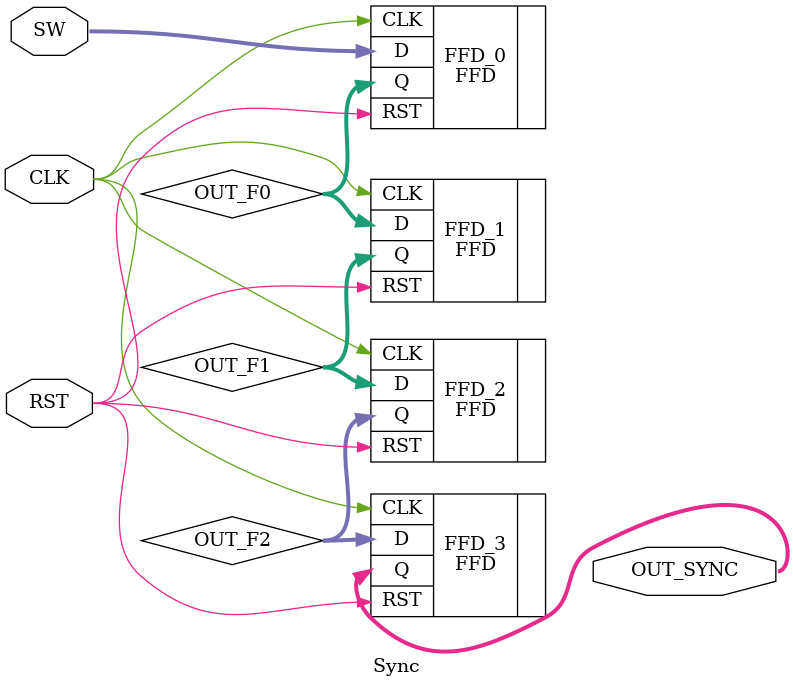
<source format=sv>
`timescale 1ns / 1ps


module Sync(SW, CLK, OUT_SYNC, RST);
input logic [15:0] SW;
input logic CLK, RST;
output logic [15:0] OUT_SYNC;
logic [15:0] OUT_F0, OUT_F1, OUT_F2;

    FFD FFD_0 (.CLK(CLK),.D(SW),.Q(OUT_F0),.RST(RST));
    FFD FFD_1 (.CLK(CLK),.D(OUT_F0),.Q(OUT_F1),.RST(RST));
    FFD FFD_2 (.CLK(CLK),.D(OUT_F1),.Q(OUT_F2),.RST(RST));
    FFD FFD_3 (.CLK(CLK),.D(OUT_F2),.Q(OUT_SYNC),.RST(RST));
    
endmodule

</source>
